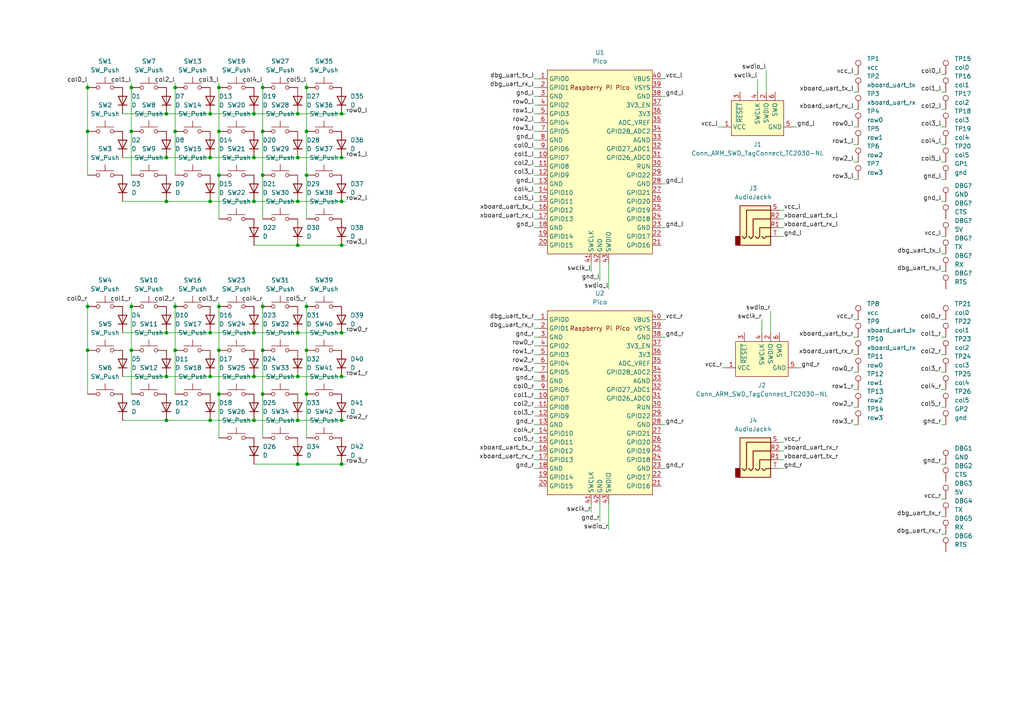
<source format=kicad_sch>
(kicad_sch (version 20211123) (generator eeschema)
  (paper "A4")
  (junction (at 86.36 71.12))
  (junction (at 73.66 45.72))
  (junction (at 88.9 88.9))
  (junction (at 99.06 121.92))
  (junction (at 99.06 71.12))
  (junction (at 48.26 96.52))
  (junction (at 63.5 50.8))
  (junction (at 73.66 58.42))
  (junction (at 86.36 96.52))
  (junction (at 99.06 96.52))
  (junction (at 99.06 134.62))
  (junction (at 63.5 88.9))
  (junction (at 38.1 101.6))
  (junction (at 60.96 121.92))
  (junction (at 38.1 88.9))
  (junction (at 60.96 45.72))
  (junction (at 73.66 33.02))
  (junction (at 73.66 121.92))
  (junction (at 88.9 114.3))
  (junction (at 48.26 109.22))
  (junction (at 99.06 109.22))
  (junction (at 25.4 101.6))
  (junction (at 73.66 109.22))
  (junction (at 60.96 58.42))
  (junction (at 25.4 38.1))
  (junction (at 76.2 25.4))
  (junction (at 76.2 101.6))
  (junction (at 60.96 33.02))
  (junction (at 63.5 38.1))
  (junction (at 99.06 45.72))
  (junction (at 38.1 25.4))
  (junction (at 48.26 45.72))
  (junction (at 50.8 38.1))
  (junction (at 48.26 121.92))
  (junction (at 76.2 38.1))
  (junction (at 63.5 114.3))
  (junction (at 50.8 25.4))
  (junction (at 86.36 134.62))
  (junction (at 99.06 33.02))
  (junction (at 86.36 33.02))
  (junction (at 73.66 96.52))
  (junction (at 48.26 33.02))
  (junction (at 88.9 50.8))
  (junction (at 50.8 88.9))
  (junction (at 76.2 50.8))
  (junction (at 38.1 38.1))
  (junction (at 63.5 25.4))
  (junction (at 86.36 109.22))
  (junction (at 60.96 96.52))
  (junction (at 48.26 58.42))
  (junction (at 25.4 88.9))
  (junction (at 88.9 38.1))
  (junction (at 50.8 101.6))
  (junction (at 63.5 101.6))
  (junction (at 25.4 25.4))
  (junction (at 88.9 25.4))
  (junction (at 76.2 88.9))
  (junction (at 86.36 45.72))
  (junction (at 76.2 114.3))
  (junction (at 88.9 101.6))
  (junction (at 86.36 58.42))
  (junction (at 86.36 121.92))
  (junction (at 99.06 58.42))
  (junction (at 60.96 109.22))
  (wire (pts (xy 247.65 123.19) (xy 248.92 123.19)))
  (wire (pts (xy 38.1 101.6) (xy 38.1 114.3)))
  (wire (pts (xy 273.05 21.59) (xy 274.32 21.59)))
  (wire (pts (xy 50.8 24.13) (xy 50.8 25.4)))
  (wire (pts (xy 273.05 107.95) (xy 274.32 107.95)))
  (wire (pts (xy 88.9 101.6) (xy 88.9 114.3)))
  (wire (pts (xy 38.1 24.13) (xy 38.1 25.4)))
  (wire (pts (xy 247.65 92.71) (xy 248.92 92.71)))
  (wire (pts (xy 154.94 113.03) (xy 156.21 113.03)))
  (wire (pts (xy 63.5 25.4) (xy 63.5 38.1)))
  (wire (pts (xy 173.99 146.05) (xy 173.99 151.13)))
  (wire (pts (xy 38.1 87.63) (xy 38.1 88.9)))
  (wire (pts (xy 273.05 68.58) (xy 274.32 68.58)))
  (wire (pts (xy 273.05 41.91) (xy 274.32 41.91)))
  (wire (pts (xy 273.05 46.99) (xy 274.32 46.99)))
  (wire (pts (xy 154.94 125.73) (xy 156.21 125.73)))
  (wire (pts (xy 35.56 58.42) (xy 48.26 58.42)))
  (wire (pts (xy 247.65 36.83) (xy 248.92 36.83)))
  (wire (pts (xy 60.96 33.02) (xy 73.66 33.02)))
  (wire (pts (xy 154.94 97.79) (xy 156.21 97.79)))
  (wire (pts (xy 223.52 90.17) (xy 223.52 96.52)))
  (wire (pts (xy 154.94 40.64) (xy 156.21 40.64)))
  (wire (pts (xy 86.36 121.92) (xy 99.06 121.92)))
  (wire (pts (xy 154.94 95.25) (xy 156.21 95.25)))
  (wire (pts (xy 247.65 26.67) (xy 248.92 26.67)))
  (wire (pts (xy 273.05 92.71) (xy 274.32 92.71)))
  (wire (pts (xy 35.56 109.22) (xy 48.26 109.22)))
  (wire (pts (xy 273.05 123.19) (xy 274.32 123.19)))
  (wire (pts (xy 154.94 118.11) (xy 156.21 118.11)))
  (wire (pts (xy 154.94 133.35) (xy 156.21 133.35)))
  (wire (pts (xy 231.14 106.68) (xy 232.41 106.68)))
  (wire (pts (xy 222.25 20.32) (xy 222.25 26.67)))
  (wire (pts (xy 86.36 109.22) (xy 99.06 109.22)))
  (wire (pts (xy 273.05 113.03) (xy 274.32 113.03)))
  (wire (pts (xy 273.05 58.42) (xy 274.32 58.42)))
  (wire (pts (xy 154.94 33.02) (xy 156.21 33.02)))
  (wire (pts (xy 154.94 30.48) (xy 156.21 30.48)))
  (wire (pts (xy 60.96 58.42) (xy 73.66 58.42)))
  (wire (pts (xy 154.94 48.26) (xy 156.21 48.26)))
  (wire (pts (xy 247.65 102.87) (xy 248.92 102.87)))
  (wire (pts (xy 273.05 154.94) (xy 274.32 154.94)))
  (wire (pts (xy 86.36 96.52) (xy 99.06 96.52)))
  (wire (pts (xy 247.65 31.75) (xy 248.92 31.75)))
  (wire (pts (xy 191.77 53.34) (xy 193.04 53.34)))
  (wire (pts (xy 35.56 33.02) (xy 48.26 33.02)))
  (wire (pts (xy 25.4 87.63) (xy 25.4 88.9)))
  (wire (pts (xy 99.06 58.42) (xy 100.33 58.42)))
  (wire (pts (xy 273.05 78.74) (xy 274.32 78.74)))
  (wire (pts (xy 273.05 149.86) (xy 274.32 149.86)))
  (wire (pts (xy 154.94 92.71) (xy 156.21 92.71)))
  (wire (pts (xy 86.36 33.02) (xy 99.06 33.02)))
  (wire (pts (xy 176.53 76.2) (xy 176.53 83.82)))
  (wire (pts (xy 73.66 33.02) (xy 86.36 33.02)))
  (wire (pts (xy 154.94 130.81) (xy 156.21 130.81)))
  (wire (pts (xy 88.9 24.13) (xy 88.9 25.4)))
  (wire (pts (xy 273.05 52.07) (xy 274.32 52.07)))
  (wire (pts (xy 48.26 45.72) (xy 60.96 45.72)))
  (wire (pts (xy 247.65 113.03) (xy 248.92 113.03)))
  (wire (pts (xy 154.94 27.94) (xy 156.21 27.94)))
  (wire (pts (xy 63.5 87.63) (xy 63.5 88.9)))
  (wire (pts (xy 63.5 50.8) (xy 63.5 63.5)))
  (wire (pts (xy 76.2 87.63) (xy 76.2 88.9)))
  (wire (pts (xy 171.45 146.05) (xy 171.45 148.59)))
  (wire (pts (xy 25.4 101.6) (xy 25.4 114.3)))
  (wire (pts (xy 86.36 58.42) (xy 99.06 58.42)))
  (wire (pts (xy 60.96 96.52) (xy 73.66 96.52)))
  (wire (pts (xy 86.36 71.12) (xy 99.06 71.12)))
  (wire (pts (xy 63.5 38.1) (xy 63.5 50.8)))
  (wire (pts (xy 76.2 114.3) (xy 76.2 127)))
  (wire (pts (xy 25.4 38.1) (xy 25.4 50.8)))
  (wire (pts (xy 60.96 121.92) (xy 73.66 121.92)))
  (wire (pts (xy 247.65 46.99) (xy 248.92 46.99)))
  (wire (pts (xy 208.28 36.83) (xy 209.55 36.83)))
  (wire (pts (xy 154.94 25.4) (xy 156.21 25.4)))
  (wire (pts (xy 48.26 96.52) (xy 60.96 96.52)))
  (wire (pts (xy 247.65 118.11) (xy 248.92 118.11)))
  (wire (pts (xy 25.4 24.13) (xy 25.4 25.4)))
  (wire (pts (xy 154.94 102.87) (xy 156.21 102.87)))
  (wire (pts (xy 154.94 45.72) (xy 156.21 45.72)))
  (wire (pts (xy 226.06 135.89) (xy 227.33 135.89)))
  (wire (pts (xy 191.77 92.71) (xy 193.04 92.71)))
  (wire (pts (xy 191.77 135.89) (xy 193.04 135.89)))
  (wire (pts (xy 273.05 144.78) (xy 274.32 144.78)))
  (wire (pts (xy 35.56 96.52) (xy 48.26 96.52)))
  (wire (pts (xy 99.06 109.22) (xy 100.33 109.22)))
  (wire (pts (xy 38.1 25.4) (xy 38.1 38.1)))
  (wire (pts (xy 226.06 133.35) (xy 227.33 133.35)))
  (wire (pts (xy 273.05 118.11) (xy 274.32 118.11)))
  (wire (pts (xy 88.9 114.3) (xy 88.9 127)))
  (wire (pts (xy 76.2 88.9) (xy 76.2 101.6)))
  (wire (pts (xy 154.94 63.5) (xy 156.21 63.5)))
  (wire (pts (xy 191.77 66.04) (xy 193.04 66.04)))
  (wire (pts (xy 273.05 73.66) (xy 274.32 73.66)))
  (wire (pts (xy 176.53 146.05) (xy 176.53 153.67)))
  (wire (pts (xy 73.66 58.42) (xy 86.36 58.42)))
  (wire (pts (xy 76.2 25.4) (xy 76.2 38.1)))
  (wire (pts (xy 35.56 45.72) (xy 48.26 45.72)))
  (wire (pts (xy 220.98 92.71) (xy 220.98 96.52)))
  (wire (pts (xy 86.36 134.62) (xy 99.06 134.62)))
  (wire (pts (xy 154.94 100.33) (xy 156.21 100.33)))
  (wire (pts (xy 48.26 109.22) (xy 60.96 109.22)))
  (wire (pts (xy 63.5 24.13) (xy 63.5 25.4)))
  (wire (pts (xy 154.94 58.42) (xy 156.21 58.42)))
  (wire (pts (xy 88.9 87.63) (xy 88.9 88.9)))
  (wire (pts (xy 73.66 109.22) (xy 86.36 109.22)))
  (wire (pts (xy 273.05 97.79) (xy 274.32 97.79)))
  (wire (pts (xy 88.9 38.1) (xy 88.9 50.8)))
  (wire (pts (xy 154.94 115.57) (xy 156.21 115.57)))
  (wire (pts (xy 88.9 88.9) (xy 88.9 101.6)))
  (wire (pts (xy 229.87 36.83) (xy 231.14 36.83)))
  (wire (pts (xy 99.06 96.52) (xy 100.33 96.52)))
  (wire (pts (xy 273.05 26.67) (xy 274.32 26.67)))
  (wire (pts (xy 154.94 43.18) (xy 156.21 43.18)))
  (wire (pts (xy 48.26 58.42) (xy 60.96 58.42)))
  (wire (pts (xy 191.77 22.86) (xy 193.04 22.86)))
  (wire (pts (xy 173.99 76.2) (xy 173.99 81.28)))
  (wire (pts (xy 154.94 38.1) (xy 156.21 38.1)))
  (wire (pts (xy 209.55 106.68) (xy 210.82 106.68)))
  (wire (pts (xy 154.94 66.04) (xy 156.21 66.04)))
  (wire (pts (xy 191.77 97.79) (xy 193.04 97.79)))
  (wire (pts (xy 73.66 45.72) (xy 86.36 45.72)))
  (wire (pts (xy 247.65 52.07) (xy 248.92 52.07)))
  (wire (pts (xy 247.65 41.91) (xy 248.92 41.91)))
  (wire (pts (xy 154.94 123.19) (xy 156.21 123.19)))
  (wire (pts (xy 154.94 60.96) (xy 156.21 60.96)))
  (wire (pts (xy 219.71 22.86) (xy 219.71 26.67)))
  (wire (pts (xy 50.8 25.4) (xy 50.8 38.1)))
  (wire (pts (xy 25.4 88.9) (xy 25.4 101.6)))
  (wire (pts (xy 154.94 107.95) (xy 156.21 107.95)))
  (wire (pts (xy 226.06 60.96) (xy 227.33 60.96)))
  (wire (pts (xy 73.66 121.92) (xy 86.36 121.92)))
  (wire (pts (xy 73.66 71.12) (xy 86.36 71.12)))
  (wire (pts (xy 226.06 68.58) (xy 227.33 68.58)))
  (wire (pts (xy 247.65 107.95) (xy 248.92 107.95)))
  (wire (pts (xy 226.06 130.81) (xy 227.33 130.81)))
  (wire (pts (xy 76.2 50.8) (xy 76.2 63.5)))
  (wire (pts (xy 154.94 55.88) (xy 156.21 55.88)))
  (wire (pts (xy 154.94 35.56) (xy 156.21 35.56)))
  (wire (pts (xy 63.5 114.3) (xy 63.5 127)))
  (wire (pts (xy 273.05 31.75) (xy 274.32 31.75)))
  (wire (pts (xy 38.1 38.1) (xy 38.1 50.8)))
  (wire (pts (xy 154.94 135.89) (xy 156.21 135.89)))
  (wire (pts (xy 226.06 128.27) (xy 227.33 128.27)))
  (wire (pts (xy 247.65 97.79) (xy 248.92 97.79)))
  (wire (pts (xy 60.96 109.22) (xy 73.66 109.22)))
  (wire (pts (xy 50.8 88.9) (xy 50.8 101.6)))
  (wire (pts (xy 154.94 110.49) (xy 156.21 110.49)))
  (wire (pts (xy 73.66 134.62) (xy 86.36 134.62)))
  (wire (pts (xy 273.05 102.87) (xy 274.32 102.87)))
  (wire (pts (xy 154.94 128.27) (xy 156.21 128.27)))
  (wire (pts (xy 154.94 50.8) (xy 156.21 50.8)))
  (wire (pts (xy 226.06 66.04) (xy 227.33 66.04)))
  (wire (pts (xy 88.9 50.8) (xy 88.9 63.5)))
  (wire (pts (xy 154.94 22.86) (xy 156.21 22.86)))
  (wire (pts (xy 191.77 27.94) (xy 193.04 27.94)))
  (wire (pts (xy 48.26 121.92) (xy 60.96 121.92)))
  (wire (pts (xy 154.94 120.65) (xy 156.21 120.65)))
  (wire (pts (xy 76.2 38.1) (xy 76.2 50.8)))
  (wire (pts (xy 226.06 63.5) (xy 227.33 63.5)))
  (wire (pts (xy 99.06 134.62) (xy 100.33 134.62)))
  (wire (pts (xy 63.5 101.6) (xy 63.5 114.3)))
  (wire (pts (xy 99.06 45.72) (xy 100.33 45.72)))
  (wire (pts (xy 86.36 45.72) (xy 99.06 45.72)))
  (wire (pts (xy 60.96 45.72) (xy 73.66 45.72)))
  (wire (pts (xy 35.56 121.92) (xy 48.26 121.92)))
  (wire (pts (xy 73.66 96.52) (xy 86.36 96.52)))
  (wire (pts (xy 154.94 105.41) (xy 156.21 105.41)))
  (wire (pts (xy 50.8 87.63) (xy 50.8 88.9)))
  (wire (pts (xy 99.06 33.02) (xy 100.33 33.02)))
  (wire (pts (xy 50.8 38.1) (xy 50.8 50.8)))
  (wire (pts (xy 50.8 101.6) (xy 50.8 114.3)))
  (wire (pts (xy 99.06 71.12) (xy 100.33 71.12)))
  (wire (pts (xy 76.2 101.6) (xy 76.2 114.3)))
  (wire (pts (xy 191.77 123.19) (xy 193.04 123.19)))
  (wire (pts (xy 154.94 53.34) (xy 156.21 53.34)))
  (wire (pts (xy 63.5 88.9) (xy 63.5 101.6)))
  (wire (pts (xy 25.4 25.4) (xy 25.4 38.1)))
  (wire (pts (xy 99.06 121.92) (xy 100.33 121.92)))
  (wire (pts (xy 76.2 24.13) (xy 76.2 25.4)))
  (wire (pts (xy 38.1 88.9) (xy 38.1 101.6)))
  (wire (pts (xy 273.05 134.62) (xy 274.32 134.62)))
  (wire (pts (xy 171.45 76.2) (xy 171.45 78.74)))
  (wire (pts (xy 48.26 33.02) (xy 60.96 33.02)))
  (wire (pts (xy 273.05 36.83) (xy 274.32 36.83)))
  (wire (pts (xy 88.9 25.4) (xy 88.9 38.1)))
  (wire (pts (xy 247.65 21.59) (xy 248.92 21.59)))
  (label "swdio_r" (at 176.53 153.67 180))
  (label "col2_l" (at 50.8 24.13 180))
  (label "swclk_l" (at 219.71 22.86 180))
  (label "xboard_uart_rx_l" (at 247.65 31.75 180))
  (label "gnd_r" (at 273.05 134.62 180))
  (label "gnd_r" (at 273.05 123.19 180))
  (label "dbg_uart_tx_l" (at 273.05 73.66 180))
  (label "gnd_l" (at 231.14 36.83 0))
  (label "gnd_l" (at 273.05 58.42 180))
  (label "gnd_r" (at 227.33 135.89 0))
  (label "col3_r" (at 154.94 120.65 180))
  (label "swclk_r" (at 220.98 92.71 180))
  (label "row3_r" (at 247.65 123.19 180))
  (label "col4_l" (at 76.2 24.13 180))
  (label "gnd_l" (at 173.99 81.28 180))
  (label "row2_l" (at 247.65 46.99 180))
  (label "gnd_r" (at 154.94 123.19 180))
  (label "row1_l" (at 100.33 45.72 0))
  (label "row2_r" (at 154.94 105.41 180))
  (label "xboard_uart_tx_r" (at 247.65 97.79 180))
  (label "gnd_r" (at 193.04 135.89 0))
  (label "row0_r" (at 247.65 107.95 180))
  (label "vcc_l" (at 208.28 36.83 180))
  (label "gnd_l" (at 154.94 66.04 180))
  (label "gnd_l" (at 154.94 40.64 180))
  (label "gnd_l" (at 193.04 66.04 0))
  (label "col1_l" (at 273.05 26.67 180))
  (label "col2_r" (at 50.8 87.63 180))
  (label "row0_r" (at 154.94 100.33 180))
  (label "xboard_uart_rx_l" (at 227.33 66.04 0))
  (label "row1_r" (at 247.65 113.03 180))
  (label "col0_r" (at 25.4 87.63 180))
  (label "gnd_r" (at 154.94 110.49 180))
  (label "gnd_r" (at 173.99 151.13 180))
  (label "col2_r" (at 273.05 102.87 180))
  (label "col5_l" (at 88.9 24.13 180))
  (label "col3_r" (at 63.5 87.63 180))
  (label "row3_r" (at 100.33 134.62 0))
  (label "col4_l" (at 273.05 41.91 180))
  (label "dbg_uart_rx_r" (at 273.05 154.94 180))
  (label "swclk_r" (at 171.45 148.59 180))
  (label "xboard_uart_tx_r" (at 227.33 133.35 0))
  (label "vcc_r" (at 273.05 144.78 180))
  (label "row2_l" (at 100.33 58.42 0))
  (label "xboard_uart_rx_r" (at 154.94 133.35 180))
  (label "vcc_l" (at 227.33 60.96 0))
  (label "row2_r" (at 247.65 118.11 180))
  (label "swclk_l" (at 171.45 78.74 180))
  (label "col1_r" (at 273.05 97.79 180))
  (label "col2_l" (at 273.05 31.75 180))
  (label "col4_r" (at 154.94 125.73 180))
  (label "row0_l" (at 154.94 30.48 180))
  (label "dbg_uart_tx_r" (at 273.05 149.86 180))
  (label "dbg_uart_tx_r" (at 154.94 92.71 180))
  (label "row3_l" (at 100.33 71.12 0))
  (label "dbg_uart_rx_l" (at 154.94 25.4 180))
  (label "swdio_r" (at 223.52 90.17 180))
  (label "col0_r" (at 154.94 113.03 180))
  (label "swdio_l" (at 176.53 83.82 180))
  (label "col1_r" (at 38.1 87.63 180))
  (label "xboard_uart_rx_r" (at 227.33 130.81 0))
  (label "vcc_r" (at 209.55 106.68 180))
  (label "col0_l" (at 154.94 43.18 180))
  (label "vcc_l" (at 193.04 22.86 0))
  (label "col3_l" (at 63.5 24.13 180))
  (label "row0_r" (at 100.33 96.52 0))
  (label "row1_r" (at 100.33 109.22 0))
  (label "gnd_r" (at 193.04 97.79 0))
  (label "vcc_l" (at 247.65 21.59 180))
  (label "col4_r" (at 273.05 113.03 180))
  (label "gnd_l" (at 227.33 68.58 0))
  (label "xboard_uart_tx_l" (at 247.65 26.67 180))
  (label "gnd_l" (at 193.04 27.94 0))
  (label "col3_r" (at 273.05 107.95 180))
  (label "col1_r" (at 154.94 115.57 180))
  (label "vcc_l" (at 273.05 68.58 180))
  (label "col0_l" (at 25.4 24.13 180))
  (label "col2_r" (at 154.94 118.11 180))
  (label "gnd_l" (at 193.04 53.34 0))
  (label "row3_l" (at 247.65 52.07 180))
  (label "vcc_r" (at 227.33 128.27 0))
  (label "col4_l" (at 154.94 55.88 180))
  (label "row1_l" (at 247.65 41.91 180))
  (label "col4_r" (at 76.2 87.63 180))
  (label "col0_r" (at 273.05 92.71 180))
  (label "row1_l" (at 154.94 33.02 180))
  (label "swdio_l" (at 222.25 20.32 180))
  (label "xboard_uart_rx_r" (at 247.65 102.87 180))
  (label "row3_l" (at 154.94 38.1 180))
  (label "gnd_l" (at 273.05 52.07 180))
  (label "dbg_uart_rx_l" (at 273.05 78.74 180))
  (label "xboard_uart_tx_l" (at 227.33 63.5 0))
  (label "gnd_l" (at 154.94 27.94 180))
  (label "xboard_uart_rx_l" (at 154.94 63.5 180))
  (label "col3_l" (at 273.05 36.83 180))
  (label "gnd_r" (at 154.94 97.79 180))
  (label "dbg_uart_rx_r" (at 154.94 95.25 180))
  (label "vcc_r" (at 247.65 92.71 180))
  (label "vcc_r" (at 193.04 92.71 0))
  (label "row0_l" (at 100.33 33.02 0))
  (label "col5_r" (at 273.05 118.11 180))
  (label "row0_l" (at 247.65 36.83 180))
  (label "col0_l" (at 273.05 21.59 180))
  (label "row2_l" (at 154.94 35.56 180))
  (label "col1_l" (at 38.1 24.13 180))
  (label "col5_r" (at 154.94 128.27 180))
  (label "gnd_r" (at 193.04 123.19 0))
  (label "row1_r" (at 154.94 102.87 180))
  (label "col5_l" (at 273.05 46.99 180))
  (label "dbg_uart_tx_l" (at 154.94 22.86 180))
  (label "xboard_uart_tx_r" (at 154.94 130.81 180))
  (label "xboard_uart_tx_l" (at 154.94 60.96 180))
  (label "gnd_r" (at 232.41 106.68 0))
  (label "gnd_l" (at 154.94 53.34 180))
  (label "col5_r" (at 88.9 87.63 180))
  (label "col2_l" (at 154.94 48.26 180))
  (label "row3_r" (at 154.94 107.95 180))
  (label "col1_l" (at 154.94 45.72 180))
  (label "col3_l" (at 154.94 50.8 180))
  (label "col5_l" (at 154.94 58.42 180))
  (label "row2_r" (at 100.33 121.92 0))
  (label "gnd_r" (at 154.94 135.89 180))
  (symbol (lib_id "Device:D") (at 99.06 105.41 90) (unit 1)
    (property "Reference" "D40" (at 101.6 104.1399 90) (effects (justify right)))
    (property "Value" "D" (at 101.6 106.6799 90) (effects (justify right)))
    (property "Footprint" "Diode_SMD:D_1206_3216Metric" (effects hide))
  )
  (symbol (lib_id "Connector:TestPoint") (at 274.32 36.83 0) (unit 1)
    (property "Reference" "TP18" (at 276.86 32.2579 0) (effects (justify left)))
    (property "Value" "col3" (at 276.86 34.7979 0) (effects (justify left)))
    (property "Footprint" "Connector_PinHeader_2.54mm:PinHeader_1x01_P2.54mm_Vertical" (effects hide))
  )
  (symbol (lib_id "Connector:TestPoint") (at 274.32 149.86 0) (unit 1)
    (property "Reference" "DBG4" (at 276.86 145.2879 0) (effects (justify left)))
    (property "Value" "TX" (at 276.86 147.8279 0) (effects (justify left)))
    (property "Footprint" "Connector_PinSocket_2.54mm:PinSocket_1x01_P2.54mm_Vertical" (effects hide))
  )
  (symbol (lib_id "Device:D") (at 99.06 92.71 90) (unit 1)
    (property "Reference" "D39" (at 101.6 91.4399 90) (effects (justify right)))
    (property "Value" "D" (at 101.6 93.9799 90) (effects (justify right)))
    (property "Footprint" "Diode_SMD:D_1206_3216Metric" (effects hide))
  )
  (symbol (lib_id "Connector:TestPoint") (at 274.32 78.74 0) (unit 1)
    (property "Reference" "DBG?" (at 276.86 74.1679 0) (effects (justify left)))
    (property "Value" "RX" (at 276.86 76.7079 0) (effects (justify left)))
    (property "Footprint" "Connector_PinSocket_2.54mm:PinSocket_1x01_P2.54mm_Vertical" (effects hide))
  )
  (symbol (lib_id "Device:D") (at 48.26 29.21 90) (unit 1)
    (property "Reference" "D7" (at 50.8 27.9399 90) (effects (justify right)))
    (property "Value" "D" (at 50.8 30.4799 90) (effects (justify right)))
    (property "Footprint" "Diode_SMD:D_1206_3216Metric" (effects hide))
  )
  (symbol (lib_id "Connector:TestPoint") (at 248.92 31.75 0) (unit 1)
    (property "Reference" "TP3" (at 251.46 27.1779 0) (effects (justify left)))
    (property "Value" "xboard_uart_rx" (at 251.46 29.7179 0) (effects (justify left)))
    (property "Footprint" "Connector_PinHeader_2.54mm:PinHeader_1x01_P2.54mm_Vertical" (effects hide))
  )
  (symbol (lib_id "Device:D") (at 86.36 54.61 90) (unit 1)
    (property "Reference" "D29" (at 88.9 53.3399 90) (effects (justify right)))
    (property "Value" "D" (at 88.9 55.8799 90) (effects (justify right)))
    (property "Footprint" "Diode_SMD:D_1206_3216Metric" (effects hide))
  )
  (symbol (lib_id "Connector:TestPoint") (at 248.92 46.99 0) (unit 1)
    (property "Reference" "TP6" (at 251.46 42.4179 0) (effects (justify left)))
    (property "Value" "row2" (at 251.46 44.9579 0) (effects (justify left)))
    (property "Footprint" "Connector_PinHeader_2.54mm:PinHeader_1x01_P2.54mm_Vertical" (effects hide))
  )
  (symbol (lib_id "Switch:SW_Push") (at 81.28 25.4 0) (unit 1)
    (property "Reference" "SW27" (at 81.28 17.78 0))
    (property "Value" "SW_Push" (at 81.28 20.32 0))
    (property "Footprint" "Key_Switches:Kailh_socket_MX" (effects hide))
  )
  (symbol (lib_id "Connector:TestPoint") (at 274.32 123.19 0) (unit 1)
    (property "Reference" "GP2" (at 276.86 118.6179 0) (effects (justify left)))
    (property "Value" "gnd" (at 276.86 121.1579 0) (effects (justify left)))
    (property "Footprint" "Connector_PinHeader_2.54mm:PinHeader_1x01_P2.54mm_Vertical" (effects hide))
  )
  (symbol (lib_id "Connector:TestPoint") (at 248.92 52.07 0) (unit 1)
    (property "Reference" "TP7" (at 251.46 47.4979 0) (effects (justify left)))
    (property "Value" "row3" (at 251.46 50.0379 0) (effects (justify left)))
    (property "Footprint" "Connector_PinHeader_2.54mm:PinHeader_1x01_P2.54mm_Vertical" (effects hide))
  )
  (symbol (lib_id "Device:D") (at 73.66 54.61 90) (unit 1)
    (property "Reference" "D21" (at 76.2 53.3399 90) (effects (justify right)))
    (property "Value" "D" (at 76.2 55.8799 90) (effects (justify right)))
    (property "Footprint" "Diode_SMD:D_1206_3216Metric" (effects hide))
  )
  (symbol (lib_id "Connector:TestPoint") (at 274.32 68.58 0) (unit 1)
    (property "Reference" "DBG?" (at 276.86 64.0079 0) (effects (justify left)))
    (property "Value" "5V" (at 276.86 66.5479 0) (effects (justify left)))
    (property "Footprint" "Connector_PinSocket_2.54mm:PinSocket_1x01_P2.54mm_Vertical" (effects hide))
  )
  (symbol (lib_id "Device:D") (at 60.96 29.21 90) (unit 1)
    (property "Reference" "D13" (at 63.5 27.9399 90) (effects (justify right)))
    (property "Value" "D" (at 63.5 30.4799 90) (effects (justify right)))
    (property "Footprint" "Diode_SMD:D_1206_3216Metric" (effects hide))
  )
  (symbol (lib_id "Connector:TestPoint") (at 274.32 113.03 0) (unit 1)
    (property "Reference" "TP25" (at 276.86 108.4579 0) (effects (justify left)))
    (property "Value" "col4" (at 276.86 110.9979 0) (effects (justify left)))
    (property "Footprint" "Connector_PinHeader_2.54mm:PinHeader_1x01_P2.54mm_Vertical" (effects hide))
  )
  (symbol (lib_id "Connector:TestPoint") (at 274.32 144.78 0) (unit 1)
    (property "Reference" "DBG3" (at 276.86 140.2079 0) (effects (justify left)))
    (property "Value" "5V" (at 276.86 142.7479 0) (effects (justify left)))
    (property "Footprint" "Connector_PinSocket_2.54mm:PinSocket_1x01_P2.54mm_Vertical" (effects hide))
  )
  (symbol (lib_id "Switch:SW_Push") (at 43.18 25.4 0) (unit 1)
    (property "Reference" "SW7" (at 43.18 17.78 0))
    (property "Value" "SW_Push" (at 43.18 20.32 0))
    (property "Footprint" "Key_Switches:Kailh_socket_MX" (effects hide))
  )
  (symbol (lib_id "Connector:TestPoint") (at 248.92 41.91 0) (unit 1)
    (property "Reference" "TP5" (at 251.46 37.3379 0) (effects (justify left)))
    (property "Value" "row1" (at 251.46 39.8779 0) (effects (justify left)))
    (property "Footprint" "Connector_PinHeader_2.54mm:PinHeader_1x01_P2.54mm_Vertical" (effects hide))
  )
  (symbol (lib_id "Device:D") (at 35.56 54.61 90) (unit 1)
    (property "Reference" "D3" (at 38.1 53.3399 90) (effects (justify right)))
    (property "Value" "D" (at 38.1 55.8799 90) (effects (justify right)))
    (property "Footprint" "Diode_SMD:D_1206_3216Metric" (effects hide))
  )
  (symbol (lib_id "Device:D") (at 86.36 67.31 90) (unit 1)
    (property "Reference" "D30" (at 88.9 66.0399 90) (effects (justify right)))
    (property "Value" "D" (at 88.9 68.5799 90) (effects (justify right)))
    (property "Footprint" "Diode_SMD:D_1206_3216Metric" (effects hide))
  )
  (symbol (lib_id "Switch:SW_Push") (at 93.98 50.8 0) (unit 1)
    (property "Reference" "SW37" (at 93.98 43.18 0))
    (property "Value" "SW_Push" (at 93.98 45.72 0))
    (property "Footprint" "Key_Switches:Kailh_socket_MX" (effects hide))
  )
  (symbol (lib_id "Connector:TestPoint") (at 274.32 26.67 0) (unit 1)
    (property "Reference" "TP16" (at 276.86 22.0979 0) (effects (justify left)))
    (property "Value" "col1" (at 276.86 24.6379 0) (effects (justify left)))
    (property "Footprint" "Connector_PinHeader_2.54mm:PinHeader_1x01_P2.54mm_Vertical" (effects hide))
  )
  (symbol (lib_id "Device:D") (at 86.36 105.41 90) (unit 1)
    (property "Reference" "D32" (at 88.9 104.1399 90) (effects (justify right)))
    (property "Value" "D" (at 88.9 106.6799 90) (effects (justify right)))
    (property "Footprint" "Diode_SMD:D_1206_3216Metric" (effects hide))
  )
  (symbol (lib_id "Switch:SW_Push") (at 68.58 101.6 0) (unit 1)
    (property "Reference" "SW24" (at 68.58 93.98 0))
    (property "Value" "SW_Push" (at 68.58 96.52 0))
    (property "Footprint" "Key_Switches:Kailh_socket_MX" (effects hide))
  )
  (symbol (lib_id "Connector:TestPoint") (at 274.32 21.59 0) (unit 1)
    (property "Reference" "TP15" (at 276.86 17.0179 0) (effects (justify left)))
    (property "Value" "col0" (at 276.86 19.5579 0) (effects (justify left)))
    (property "Footprint" "Connector_PinHeader_2.54mm:PinHeader_1x01_P2.54mm_Vertical" (effects hide))
  )
  (symbol (lib_id "Switch:SW_Push") (at 81.28 127 0) (unit 1)
    (property "Reference" "SW34" (at 81.28 119.38 0))
    (property "Value" "SW_Push" (at 81.28 121.92 0))
    (property "Footprint" "Key_Switches:Kailh_socket_MX" (effects hide))
  )
  (symbol (lib_id "Device:D") (at 73.66 118.11 90) (unit 1)
    (property "Reference" "D25" (at 76.2 116.8399 90) (effects (justify right)))
    (property "Value" "D" (at 76.2 119.3799 90) (effects (justify right)))
    (property "Footprint" "Diode_SMD:D_1206_3216Metric" (effects hide))
  )
  (symbol (lib_id "Connector:AudioJack4") (at 220.98 130.81 0) (unit 1)
    (property "Reference" "J4" (at 218.44 121.92 0))
    (property "Value" "AudioJack4" (at 218.44 124.46 0))
    (property "Footprint" "Connector_Audio:Jack_3.5mm_PJ320E_Horizontal" (effects hide))
  )
  (symbol (lib_id "Switch:SW_Push") (at 81.28 63.5 0) (unit 1)
    (property "Reference" "SW30" (at 81.28 55.88 0))
    (property "Value" "SW_Push" (at 81.28 58.42 0))
    (property "Footprint" "Key_Switches:Kailh_socket_MX" (effects hide))
  )
  (symbol (lib_id "Device:D") (at 35.56 105.41 90) (unit 1)
    (property "Reference" "D5" (at 38.1 104.1399 90) (effects (justify right)))
    (property "Value" "D" (at 38.1 106.6799 90) (effects (justify right)))
    (property "Footprint" "Diode_SMD:D_1206_3216Metric" (effects hide))
  )
  (symbol (lib_id "Switch:SW_Push") (at 68.58 88.9 0) (unit 1)
    (property "Reference" "SW23" (at 68.58 81.28 0))
    (property "Value" "SW_Push" (at 68.58 83.82 0))
    (property "Footprint" "Key_Switches:Kailh_socket_MX" (effects hide))
  )
  (symbol (lib_id "Connector:TestPoint") (at 274.32 73.66 0) (unit 1)
    (property "Reference" "DBG?" (at 276.86 69.0879 0) (effects (justify left)))
    (property "Value" "TX" (at 276.86 71.6279 0) (effects (justify left)))
    (property "Footprint" "Connector_PinSocket_2.54mm:PinSocket_1x01_P2.54mm_Vertical" (effects hide))
  )
  (symbol (lib_id "Device:D") (at 48.26 92.71 90) (unit 1)
    (property "Reference" "D10" (at 50.8 91.4399 90) (effects (justify right)))
    (property "Value" "D" (at 50.8 93.9799 90) (effects (justify right)))
    (property "Footprint" "Diode_SMD:D_1206_3216Metric" (effects hide))
  )
  (symbol (lib_id "Connector:TestPoint") (at 248.92 118.11 0) (unit 1)
    (property "Reference" "TP13" (at 251.46 113.5379 0) (effects (justify left)))
    (property "Value" "row2" (at 251.46 116.0779 0) (effects (justify left)))
    (property "Footprint" "Connector_PinHeader_2.54mm:PinHeader_1x01_P2.54mm_Vertical" (effects hide))
  )
  (symbol (lib_id "Connector:Conn_ARM_SWD_TagConnect_TC2030-NL") (at 219.71 34.29 90) (unit 1)
    (property "Reference" "J1" (at 219.71 41.91 90))
    (property "Value" "Conn_ARM_SWD_TagConnect_TC2030-NL" (at 219.71 44.45 90))
    (property "Footprint" "Connector:Tag-Connect_TC2030-IDC-NL_2x03_P1.27mm_Vertical" (effects hide))
    (property "Datasheet" "https://www.tag-connect.com/wp-content/uploads/bsk-pdf-manager/TC2030-CTX_1.pdf" (effects hide))
  )
  (symbol (lib_id "Device:D") (at 86.36 29.21 90) (unit 1)
    (property "Reference" "D27" (at 88.9 27.9399 90) (effects (justify right)))
    (property "Value" "D" (at 88.9 30.4799 90) (effects (justify right)))
    (property "Footprint" "Diode_SMD:D_1206_3216Metric" (effects hide))
  )
  (symbol (lib_id "Connector:TestPoint") (at 248.92 107.95 0) (unit 1)
    (property "Reference" "TP11" (at 251.46 103.3779 0) (effects (justify left)))
    (property "Value" "row0" (at 251.46 105.9179 0) (effects (justify left)))
    (property "Footprint" "Connector_PinHeader_2.54mm:PinHeader_1x01_P2.54mm_Vertical" (effects hide))
  )
  (symbol (lib_id "Device:D") (at 35.56 118.11 90) (unit 1)
    (property "Reference" "D6" (at 38.1 116.8399 90) (effects (justify right)))
    (property "Value" "D" (at 38.1 119.3799 90) (effects (justify right)))
    (property "Footprint" "Diode_SMD:D_1206_3216Metric" (effects hide))
  )
  (symbol (lib_id "Device:D") (at 73.66 130.81 90) (unit 1)
    (property "Reference" "D26" (at 76.2 129.5399 90) (effects (justify right)))
    (property "Value" "D" (at 76.2 132.0799 90) (effects (justify right)))
    (property "Footprint" "Diode_SMD:D_1206_3216Metric" (effects hide))
  )
  (symbol (lib_id "Connector:TestPoint") (at 274.32 139.7 0) (unit 1)
    (property "Reference" "DBG2" (at 276.86 135.1279 0) (effects (justify left)))
    (property "Value" "CTS" (at 276.86 137.6679 0) (effects (justify left)))
    (property "Footprint" "Connector_PinSocket_2.54mm:PinSocket_1x01_P2.54mm_Vertical" (effects hide))
  )
  (symbol (lib_id "Connector:TestPoint") (at 274.32 118.11 0) (unit 1)
    (property "Reference" "TP26" (at 276.86 113.5379 0) (effects (justify left)))
    (property "Value" "col5" (at 276.86 116.0779 0) (effects (justify left)))
    (property "Footprint" "Connector_PinHeader_2.54mm:PinHeader_1x01_P2.54mm_Vertical" (effects hide))
  )
  (symbol (lib_id "Switch:SW_Push") (at 68.58 50.8 0) (unit 1)
    (property "Reference" "SW21" (at 68.58 43.18 0))
    (property "Value" "SW_Push" (at 68.58 45.72 0))
    (property "Footprint" "Key_Switches:Kailh_socket_MX" (effects hide))
  )
  (symbol (lib_id "Device:D") (at 73.66 67.31 90) (unit 1)
    (property "Reference" "D22" (at 76.2 66.0399 90) (effects (justify right)))
    (property "Value" "D" (at 76.2 68.5799 90) (effects (justify right)))
    (property "Footprint" "Diode_SMD:D_1206_3216Metric" (effects hide))
  )
  (symbol (lib_id "Connector:TestPoint") (at 274.32 58.42 0) (unit 1)
    (property "Reference" "DBG?" (at 276.86 53.8479 0) (effects (justify left)))
    (property "Value" "GND" (at 276.86 56.3879 0) (effects (justify left)))
    (property "Footprint" "Connector_PinSocket_2.54mm:PinSocket_1x01_P2.54mm_Vertical" (effects hide))
  )
  (symbol (lib_id "Switch:SW_Push") (at 55.88 114.3 0) (unit 1)
    (property "Reference" "SW18" (at 55.88 106.68 0))
    (property "Value" "SW_Push" (at 55.88 109.22 0))
    (property "Footprint" "Key_Switches:Kailh_socket_MX" (effects hide))
  )
  (symbol (lib_id "Switch:SW_Push") (at 30.48 101.6 0) (unit 1)
    (property "Reference" "SW5" (at 30.48 93.98 0))
    (property "Value" "SW_Push" (at 30.48 96.52 0))
    (property "Footprint" "Key_Switches:Kailh_socket_MX" (effects hide))
  )
  (symbol (lib_id "Connector:Conn_ARM_SWD_TagConnect_TC2030-NL") (at 220.98 104.14 90) (unit 1)
    (property "Reference" "J2" (at 220.98 111.76 90))
    (property "Value" "Conn_ARM_SWD_TagConnect_TC2030-NL" (at 220.98 114.3 90))
    (property "Footprint" "Connector:Tag-Connect_TC2030-IDC-NL_2x03_P1.27mm_Vertical" (effects hide))
    (property "Datasheet" "https://www.tag-connect.com/wp-content/uploads/bsk-pdf-manager/TC2030-CTX_1.pdf" (effects hide))
  )
  (symbol (lib_id "Switch:SW_Push") (at 81.28 88.9 0) (unit 1)
    (property "Reference" "SW31" (at 81.28 81.28 0))
    (property "Value" "SW_Push" (at 81.28 83.82 0))
    (property "Footprint" "Key_Switches:Kailh_socket_MX" (effects hide))
  )
  (symbol (lib_id "Device:D") (at 73.66 41.91 90) (unit 1)
    (property "Reference" "D20" (at 76.2 40.6399 90) (effects (justify right)))
    (property "Value" "D" (at 76.2 43.1799 90) (effects (justify right)))
    (property "Footprint" "Diode_SMD:D_1206_3216Metric" (effects hide))
  )
  (symbol (lib_id "Switch:SW_Push") (at 68.58 25.4 0) (unit 1)
    (property "Reference" "SW19" (at 68.58 17.78 0))
    (property "Value" "SW_Push" (at 68.58 20.32 0))
    (property "Footprint" "Key_Switches:Kailh_socket_MX" (effects hide))
  )
  (symbol (lib_id "Switch:SW_Push") (at 55.88 88.9 0) (unit 1)
    (property "Reference" "SW16" (at 55.88 81.28 0))
    (property "Value" "SW_Push" (at 55.88 83.82 0))
    (property "Footprint" "Key_Switches:Kailh_socket_MX" (effects hide))
  )
  (symbol (lib_id "Switch:SW_Push") (at 68.58 63.5 0) (unit 1)
    (property "Reference" "SW22" (at 68.58 55.88 0))
    (property "Value" "SW_Push" (at 68.58 58.42 0))
    (property "Footprint" "Key_Switches:Kailh_socket_MX" (effects hide))
  )
  (symbol (lib_id "Switch:SW_Push") (at 30.48 88.9 0) (unit 1)
    (property "Reference" "SW4" (at 30.48 81.28 0))
    (property "Value" "SW_Push" (at 30.48 83.82 0))
    (property "Footprint" "Key_Switches:Kailh_socket_MX" (effects hide))
  )
  (symbol (lib_id "Switch:SW_Push") (at 30.48 114.3 0) (unit 1)
    (property "Reference" "SW6" (at 30.48 106.68 0))
    (property "Value" "SW_Push" (at 30.48 109.22 0))
    (property "Footprint" "Key_Switches:Kailh_socket_MX" (effects hide))
  )
  (symbol (lib_id "Device:D") (at 86.36 41.91 90) (unit 1)
    (property "Reference" "D28" (at 88.9 40.6399 90) (effects (justify right)))
    (property "Value" "D" (at 88.9 43.1799 90) (effects (justify right)))
    (property "Footprint" "Diode_SMD:D_1206_3216Metric" (effects hide))
  )
  (symbol (lib_id "Switch:SW_Push") (at 43.18 88.9 0) (unit 1)
    (property "Reference" "SW10" (at 43.18 81.28 0))
    (property "Value" "SW_Push" (at 43.18 83.82 0))
    (property "Footprint" "Key_Switches:Kailh_socket_MX" (effects hide))
  )
  (symbol (lib_id "Connector:TestPoint") (at 274.32 41.91 0) (unit 1)
    (property "Reference" "TP19" (at 276.86 37.3379 0) (effects (justify left)))
    (property "Value" "col4" (at 276.86 39.8779 0) (effects (justify left)))
    (property "Footprint" "Connector_PinHeader_2.54mm:PinHeader_1x01_P2.54mm_Vertical" (effects hide))
  )
  (symbol (lib_id "Switch:SW_Push") (at 30.48 50.8 0) (unit 1)
    (property "Reference" "SW3" (at 30.48 43.18 0))
    (property "Value" "SW_Push" (at 30.48 45.72 0))
    (property "Footprint" "Key_Switches:Kailh_socket_MX" (effects hide))
  )
  (symbol (lib_id "Connector:TestPoint") (at 274.32 92.71 0) (unit 1)
    (property "Reference" "TP21" (at 276.86 88.1379 0) (effects (justify left)))
    (property "Value" "col0" (at 276.86 90.6779 0) (effects (justify left)))
    (property "Footprint" "Connector_PinHeader_2.54mm:PinHeader_1x01_P2.54mm_Vertical" (effects hide))
  )
  (symbol (lib_id "Switch:SW_Push") (at 55.88 38.1 0) (unit 1)
    (property "Reference" "SW14" (at 55.88 30.48 0))
    (property "Value" "SW_Push" (at 55.88 33.02 0))
    (property "Footprint" "Key_Switches:Kailh_socket_MX" (effects hide))
  )
  (symbol (lib_id "Device:D") (at 99.06 118.11 90) (unit 1)
    (property "Reference" "D41" (at 101.6 116.8399 90) (effects (justify right)))
    (property "Value" "D" (at 101.6 119.3799 90) (effects (justify right)))
    (property "Footprint" "Diode_SMD:D_1206_3216Metric" (effects hide))
  )
  (symbol (lib_id "Connector:TestPoint") (at 248.92 92.71 0) (unit 1)
    (property "Reference" "TP8" (at 251.46 88.1379 0) (effects (justify left)))
    (property "Value" "vcc" (at 251.46 90.6779 0) (effects (justify left)))
    (property "Footprint" "Connector_PinHeader_2.54mm:PinHeader_1x01_P2.54mm_Vertical" (effects hide))
  )
  (symbol (lib_id "Switch:SW_Push") (at 93.98 127 0) (unit 1)
    (property "Reference" "SW42" (at 93.98 119.38 0))
    (property "Value" "SW_Push" (at 93.98 121.92 0))
    (property "Footprint" "Key_Switches:Kailh_socket_MX" (effects hide))
  )
  (symbol (lib_id "Connector:AudioJack4") (at 220.98 63.5 0) (unit 1)
    (property "Reference" "J3" (at 218.44 54.61 0))
    (property "Value" "AudioJack4" (at 218.44 57.15 0))
    (property "Footprint" "Connector_Audio:Jack_3.5mm_PJ320E_Horizontal" (effects hide))
  )
  (symbol (lib_id "Device:D") (at 99.06 67.31 90) (unit 1)
    (property "Reference" "D38" (at 101.6 66.0399 90) (effects (justify right)))
    (property "Value" "D" (at 101.6 68.5799 90) (effects (justify right)))
    (property "Footprint" "Diode_SMD:D_1206_3216Metric" (effects hide))
  )
  (symbol (lib_id "Connector:TestPoint") (at 248.92 113.03 0) (unit 1)
    (property "Reference" "TP12" (at 251.46 108.4579 0) (effects (justify left)))
    (property "Value" "row1" (at 251.46 110.9979 0) (effects (justify left)))
    (property "Footprint" "Connector_PinHeader_2.54mm:PinHeader_1x01_P2.54mm_Vertical" (effects hide))
  )
  (symbol (lib_id "Switch:SW_Push") (at 68.58 38.1 0) (unit 1)
    (property "Reference" "SW20" (at 68.58 30.48 0))
    (property "Value" "SW_Push" (at 68.58 33.02 0))
    (property "Footprint" "Key_Switches:Kailh_socket_MX" (effects hide))
  )
  (symbol (lib_id "Device:D") (at 99.06 41.91 90) (unit 1)
    (property "Reference" "D36" (at 101.6 40.6399 90) (effects (justify right)))
    (property "Value" "D" (at 101.6 43.1799 90) (effects (justify right)))
    (property "Footprint" "Diode_SMD:D_1206_3216Metric" (effects hide))
  )
  (symbol (lib_id "Connector:TestPoint") (at 274.32 102.87 0) (unit 1)
    (property "Reference" "TP23" (at 276.86 98.2979 0) (effects (justify left)))
    (property "Value" "col2" (at 276.86 100.8379 0) (effects (justify left)))
    (property "Footprint" "Connector_PinHeader_2.54mm:PinHeader_1x01_P2.54mm_Vertical" (effects hide))
  )
  (symbol (lib_id "Device:D") (at 60.96 92.71 90) (unit 1)
    (property "Reference" "D16" (at 63.5 91.4399 90) (effects (justify right)))
    (property "Value" "D" (at 63.5 93.9799 90) (effects (justify right)))
    (property "Footprint" "Diode_SMD:D_1206_3216Metric" (effects hide))
  )
  (symbol (lib_id "Switch:SW_Push") (at 81.28 114.3 0) (unit 1)
    (property "Reference" "SW33" (at 81.28 106.68 0))
    (property "Value" "SW_Push" (at 81.28 109.22 0))
    (property "Footprint" "Key_Switches:Kailh_socket_MX" (effects hide))
  )
  (symbol (lib_id "Switch:SW_Push") (at 68.58 114.3 0) (unit 1)
    (property "Reference" "SW25" (at 68.58 106.68 0))
    (property "Value" "SW_Push" (at 68.58 109.22 0))
    (property "Footprint" "Key_Switches:Kailh_socket_MX" (effects hide))
  )
  (symbol (lib_id "Connector:TestPoint") (at 274.32 154.94 0) (unit 1)
    (property "Reference" "DBG5" (at 276.86 150.3679 0) (effects (justify left)))
    (property "Value" "RX" (at 276.86 152.9079 0) (effects (justify left)))
    (property "Footprint" "Connector_PinSocket_2.54mm:PinSocket_1x01_P2.54mm_Vertical" (effects hide))
  )
  (symbol (lib_id "Switch:SW_Push") (at 43.18 38.1 0) (unit 1)
    (property "Reference" "SW8" (at 43.18 30.48 0))
    (property "Value" "SW_Push" (at 43.18 33.02 0))
    (property "Footprint" "Key_Switches:Kailh_socket_MX" (effects hide))
  )
  (symbol (lib_id "Connector:TestPoint") (at 274.32 107.95 0) (unit 1)
    (property "Reference" "TP24" (at 276.86 103.3779 0) (effects (justify left)))
    (property "Value" "col3" (at 276.86 105.9179 0) (effects (justify left)))
    (property "Footprint" "Connector_PinHeader_2.54mm:PinHeader_1x01_P2.54mm_Vertical" (effects hide))
  )
  (symbol (lib_id "Device:D") (at 99.06 54.61 90) (unit 1)
    (property "Reference" "D37" (at 101.6 53.3399 90) (effects (justify right)))
    (property "Value" "D" (at 101.6 55.8799 90) (effects (justify right)))
    (property "Footprint" "Diode_SMD:D_1206_3216Metric" (effects hide))
  )
  (symbol (lib_id "Switch:SW_Push") (at 93.98 63.5 0) (unit 1)
    (property "Reference" "SW38" (at 93.98 55.88 0))
    (property "Value" "SW_Push" (at 93.98 58.42 0))
    (property "Footprint" "Key_Switches:Kailh_socket_MX" (effects hide))
  )
  (symbol (lib_id "Connector:TestPoint") (at 274.32 160.02 0) (unit 1)
    (property "Reference" "DBG6" (at 276.86 155.4479 0) (effects (justify left)))
    (property "Value" "RTS" (at 276.86 157.9879 0) (effects (justify left)))
    (property "Footprint" "Connector_PinSocket_2.54mm:PinSocket_1x01_P2.54mm_Vertical" (effects hide))
  )
  (symbol (lib_id "Device:D") (at 73.66 105.41 90) (unit 1)
    (property "Reference" "D24" (at 76.2 104.1399 90) (effects (justify right)))
    (property "Value" "D" (at 76.2 106.6799 90) (effects (justify right)))
    (property "Footprint" "Diode_SMD:D_1206_3216Metric" (effects hide))
  )
  (symbol (lib_id "Device:D") (at 60.96 105.41 90) (unit 1)
    (property "Reference" "D17" (at 63.5 104.1399 90) (effects (justify right)))
    (property "Value" "D" (at 63.5 106.6799 90) (effects (justify right)))
    (property "Footprint" "Diode_SMD:D_1206_3216Metric" (effects hide))
  )
  (symbol (lib_id "Switch:SW_Push") (at 55.88 101.6 0) (unit 1)
    (property "Reference" "SW17" (at 55.88 93.98 0))
    (property "Value" "SW_Push" (at 55.88 96.52 0))
    (property "Footprint" "Key_Switches:Kailh_socket_MX" (effects hide))
  )
  (symbol (lib_id "Switch:SW_Push") (at 93.98 25.4 0) (unit 1)
    (property "Reference" "SW35" (at 93.98 17.78 0))
    (property "Value" "SW_Push" (at 93.98 20.32 0))
    (property "Footprint" "Key_Switches:Kailh_socket_MX" (effects hide))
  )
  (symbol (lib_id "Device:D") (at 73.66 92.71 90) (unit 1)
    (property "Reference" "D23" (at 76.2 91.4399 90) (effects (justify right)))
    (property "Value" "D" (at 76.2 93.9799 90) (effects (justify right)))
    (property "Footprint" "Diode_SMD:D_1206_3216Metric" (effects hide))
  )
  (symbol (lib_id "Device:D") (at 86.36 130.81 90) (unit 1)
    (property "Reference" "D34" (at 88.9 129.5399 90) (effects (justify right)))
    (property "Value" "D" (at 88.9 132.0799 90) (effects (justify right)))
    (property "Footprint" "Diode_SMD:D_1206_3216Metric" (effects hide))
  )
  (symbol (lib_id "Switch:SW_Push") (at 30.48 38.1 0) (unit 1)
    (property "Reference" "SW2" (at 30.48 30.48 0))
    (property "Value" "SW_Push" (at 30.48 33.02 0))
    (property "Footprint" "Key_Switches:Kailh_socket_MX" (effects hide))
  )
  (symbol (lib_id "Device:D") (at 60.96 41.91 90) (unit 1)
    (property "Reference" "D14" (at 63.5 40.6399 90) (effects (justify right)))
    (property "Value" "D" (at 63.5 43.1799 90) (effects (justify right)))
    (property "Footprint" "Diode_SMD:D_1206_3216Metric" (effects hide))
  )
  (symbol (lib_id "Switch:SW_Push") (at 43.18 50.8 0) (unit 1)
    (property "Reference" "SW9" (at 43.18 43.18 0))
    (property "Value" "SW_Push" (at 43.18 45.72 0))
    (property "Footprint" "Key_Switches:Kailh_socket_MX" (effects hide))
  )
  (symbol (lib_id "Switch:SW_Push") (at 68.58 127 0) (unit 1)
    (property "Reference" "SW26" (at 68.58 119.38 0))
    (property "Value" "SW_Push" (at 68.58 121.92 0))
    (property "Footprint" "Key_Switches:Kailh_socket_MX" (effects hide))
  )
  (symbol (lib_id "Connector:TestPoint") (at 274.32 52.07 0) (unit 1)
    (property "Reference" "GP1" (at 276.86 47.4979 0) (effects (justify left)))
    (property "Value" "gnd" (at 276.86 50.0379 0) (effects (justify left)))
    (property "Footprint" "Connector_PinHeader_2.54mm:PinHeader_1x01_P2.54mm_Vertical" (effects hide))
  )
  (symbol (lib_id "Device:D") (at 48.26 118.11 90) (unit 1)
    (property "Reference" "D12" (at 50.8 116.8399 90) (effects (justify right)))
    (property "Value" "D" (at 50.8 119.3799 90) (effects (justify right)))
    (property "Footprint" "Diode_SMD:D_1206_3216Metric" (effects hide))
  )
  (symbol (lib_id "Device:D") (at 35.56 92.71 90) (unit 1)
    (property "Reference" "D4" (at 38.1 91.4399 90) (effects (justify right)))
    (property "Value" "D" (at 38.1 93.9799 90) (effects (justify right)))
    (property "Footprint" "Diode_SMD:D_1206_3216Metric" (effects hide))
  )
  (symbol (lib_id "Connector:TestPoint") (at 274.32 134.62 0) (unit 1)
    (property "Reference" "DBG1" (at 276.86 130.0479 0) (effects (justify left)))
    (property "Value" "GND" (at 276.86 132.5879 0) (effects (justify left)))
    (property "Footprint" "Connector_PinSocket_2.54mm:PinSocket_1x01_P2.54mm_Vertical" (effects hide))
  )
  (symbol (lib_id "Switch:SW_Push") (at 43.18 101.6 0) (unit 1)
    (property "Reference" "SW11" (at 43.18 93.98 0))
    (property "Value" "SW_Push" (at 43.18 96.52 0))
    (property "Footprint" "Key_Switches:Kailh_socket_MX" (effects hide))
  )
  (symbol (lib_id "RP_pico:Pico") (at 173.99 46.99 0) (unit 1)
    (property "Reference" "U1" (at 173.99 15.24 0))
    (property "Value" "Pico" (at 173.99 17.78 0))
    (property "Footprint" "RP_pico:RPi_Pico_SMD_TH" (effects hide))
  )
  (symbol (lib_id "Switch:SW_Push") (at 81.28 38.1 0) (unit 1)
    (property "Reference" "SW28" (at 81.28 30.48 0))
    (property "Value" "SW_Push" (at 81.28 33.02 0))
    (property "Footprint" "Key_Switches:Kailh_socket_MX" (effects hide))
  )
  (symbol (lib_id "Device:D") (at 60.96 54.61 90) (unit 1)
    (property "Reference" "D15" (at 63.5 53.3399 90) (effects (justify right)))
    (property "Value" "D" (at 63.5 55.8799 90) (effects (justify right)))
    (property "Footprint" "Diode_SMD:D_1206_3216Metric" (effects hide))
  )
  (symbol (lib_id "Connector:TestPoint") (at 274.32 97.79 0) (unit 1)
    (property "Reference" "TP22" (at 276.86 93.2179 0) (effects (justify left)))
    (property "Value" "col1" (at 276.86 95.7579 0) (effects (justify left)))
    (property "Footprint" "Connector_PinHeader_2.54mm:PinHeader_1x01_P2.54mm_Vertical" (effects hide))
  )
  (symbol (lib_id "Switch:SW_Push") (at 93.98 114.3 0) (unit 1)
    (property "Reference" "SW41" (at 93.98 106.68 0))
    (property "Value" "SW_Push" (at 93.98 109.22 0))
    (property "Footprint" "Key_Switches:Kailh_socket_MX" (effects hide))
  )
  (symbol (lib_id "Switch:SW_Push") (at 93.98 101.6 0) (unit 1)
    (property "Reference" "SW40" (at 93.98 93.98 0))
    (property "Value" "SW_Push" (at 93.98 96.52 0))
    (property "Footprint" "Key_Switches:Kailh_socket_MX" (effects hide))
  )
  (symbol (lib_id "Connector:TestPoint") (at 248.92 123.19 0) (unit 1)
    (property "Reference" "TP14" (at 251.46 118.6179 0) (effects (justify left)))
    (property "Value" "row3" (at 251.46 121.1579 0) (effects (justify left)))
    (property "Footprint" "Connector_PinHeader_2.54mm:PinHeader_1x01_P2.54mm_Vertical" (effects hide))
  )
  (symbol (lib_id "Connector:TestPoint") (at 248.92 26.67 0) (unit 1)
    (property "Reference" "TP2" (at 251.46 22.0979 0) (effects (justify left)))
    (property "Value" "xboard_uart_tx" (at 251.46 24.6379 0) (effects (justify left)))
    (property "Footprint" "Connector_PinHeader_2.54mm:PinHeader_1x01_P2.54mm_Vertical" (effects hide))
  )
  (symbol (lib_id "Device:D") (at 48.26 41.91 90) (unit 1)
    (property "Reference" "D8" (at 50.8 40.6399 90) (effects (justify right)))
    (property "Value" "D" (at 50.8 43.1799 90) (effects (justify right)))
    (property "Footprint" "Diode_SMD:D_1206_3216Metric" (effects hide))
  )
  (symbol (lib_id "Connector:TestPoint") (at 248.92 97.79 0) (unit 1)
    (property "Reference" "TP9" (at 251.46 93.2179 0) (effects (justify left)))
    (property "Value" "xboard_uart_tx" (at 251.46 95.7579 0) (effects (justify left)))
    (property "Footprint" "Connector_PinHeader_2.54mm:PinHeader_1x01_P2.54mm_Vertical" (effects hide))
  )
  (symbol (lib_id "Switch:SW_Push") (at 93.98 38.1 0) (unit 1)
    (property "Reference" "SW36" (at 93.98 30.48 0))
    (property "Value" "SW_Push" (at 93.98 33.02 0))
    (property "Footprint" "Key_Switches:Kailh_socket_MX" (effects hide))
  )
  (symbol (lib_id "Switch:SW_Push") (at 43.18 114.3 0) (unit 1)
    (property "Reference" "SW12" (at 43.18 106.68 0))
    (property "Value" "SW_Push" (at 43.18 109.22 0))
    (property "Footprint" "Key_Switches:Kailh_socket_MX" (effects hide))
  )
  (symbol (lib_id "Switch:SW_Push") (at 30.48 25.4 0) (unit 1)
    (property "Reference" "SW1" (at 30.48 17.78 0))
    (property "Value" "SW_Push" (at 30.48 20.32 0))
    (property "Footprint" "Key_Switches:Kailh_socket_MX" (effects hide))
  )
  (symbol (lib_id "Switch:SW_Push") (at 81.28 50.8 0) (unit 1)
    (property "Reference" "SW29" (at 81.28 43.18 0))
    (property "Value" "SW_Push" (at 81.28 45.72 0))
    (property "Footprint" "Key_Switches:Kailh_socket_MX" (effects hide))
  )
  (symbol (lib_id "Device:D") (at 86.36 92.71 90) (unit 1)
    (property "Reference" "D31" (at 88.9 91.4399 90) (effects (justify right)))
    (property "Value" "D" (at 88.9 93.9799 90) (effects (justify right)))
    (property "Footprint" "Diode_SMD:D_1206_3216Metric" (effects hide))
  )
  (symbol (lib_id "Device:D") (at 86.36 118.11 90) (unit 1)
    (property "Reference" "D33" (at 88.9 116.8399 90) (effects (justify right)))
    (property "Value" "D" (at 88.9 119.3799 90) (effects (justify right)))
    (property "Footprint" "Diode_SMD:D_1206_3216Metric" (effects hide))
  )
  (symbol (lib_id "Switch:SW_Push") (at 55.88 50.8 0) (unit 1)
    (property "Reference" "SW15" (at 55.88 43.18 0))
    (property "Value" "SW_Push" (at 55.88 45.72 0))
    (property "Footprint" "Key_Switches:Kailh_socket_MX" (effects hide))
  )
  (symbol (lib_id "Device:D") (at 35.56 29.21 90) (unit 1)
    (property "Reference" "D1" (at 38.1 27.9399 90) (effects (justify right)))
    (property "Value" "D" (at 38.1 30.4799 90) (effects (justify right)))
    (property "Footprint" "Diode_SMD:D_1206_3216Metric" (effects hide))
  )
  (symbol (lib_id "Connector:TestPoint") (at 274.32 31.75 0) (unit 1)
    (property "Reference" "TP17" (at 276.86 27.1779 0) (effects (justify left)))
    (property "Value" "col2" (at 276.86 29.7179 0) (effects (justify left)))
    (property "Footprint" "Connector_PinHeader_2.54mm:PinHeader_1x01_P2.54mm_Vertical" (effects hide))
  )
  (symbol (lib_id "Device:D") (at 35.56 41.91 90) (unit 1)
    (property "Reference" "D2" (at 38.1 40.6399 90) (effects (justify right)))
    (property "Value" "D" (at 38.1 43.1799 90) (effects (justify right)))
    (property "Footprint" "Diode_SMD:D_1206_3216Metric" (effects hide))
  )
  (symbol (lib_id "Connector:TestPoint") (at 274.32 46.99 0) (unit 1)
    (property "Reference" "TP20" (at 276.86 42.4179 0) (effects (justify left)))
    (property "Value" "col5" (at 276.86 44.9579 0) (effects (justify left)))
    (property "Footprint" "Connector_PinHeader_2.54mm:PinHeader_1x01_P2.54mm_Vertical" (effects hide))
  )
  (symbol (lib_id "Device:D") (at 48.26 54.61 90) (unit 1)
    (property "Reference" "D9" (at 50.8 53.3399 90) (effects (justify right)))
    (property "Value" "D" (at 50.8 55.8799 90) (effects (justify right)))
    (property "Footprint" "Diode_SMD:D_1206_3216Metric" (effects hide))
  )
  (symbol (lib_id "Switch:SW_Push") (at 55.88 25.4 0) (unit 1)
    (property "Reference" "SW13" (at 55.88 17.78 0))
    (property "Value" "SW_Push" (at 55.88 20.32 0))
    (property "Footprint" "Key_Switches:Kailh_socket_MX" (effects hide))
  )
  (symbol (lib_id "Switch:SW_Push") (at 81.28 101.6 0) (unit 1)
    (property "Reference" "SW32" (at 81.28 93.98 0))
    (property "Value" "SW_Push" (at 81.28 96.52 0))
    (property "Footprint" "Key_Switches:Kailh_socket_MX" (effects hide))
  )
  (symbol (lib_id "Connector:TestPoint") (at 248.92 36.83 0) (unit 1)
    (property "Reference" "TP4" (at 251.46 32.2579 0) (effects (justify left)))
    (property "Value" "row0" (at 251.46 34.7979 0) (effects (justify left)))
    (property "Footprint" "Connector_PinHeader_2.54mm:PinHeader_1x01_P2.54mm_Vertical" (effects hide))
  )
  (symbol (lib_id "Device:D") (at 60.96 118.11 90) (unit 1)
    (property "Reference" "D18" (at 63.5 116.8399 90) (effects (justify right)))
    (property "Value" "D" (at 63.5 119.3799 90) (effects (justify right)))
    (property "Footprint" "Diode_SMD:D_1206_3216Metric" (effects hide))
  )
  (symbol (lib_id "Connector:TestPoint") (at 248.92 102.87 0) (unit 1)
    (property "Reference" "TP10" (at 251.46 98.2979 0) (effects (justify left)))
    (property "Value" "xboard_uart_rx" (at 251.46 100.8379 0) (effects (justify left)))
    (property "Footprint" "Connector_PinHeader_2.54mm:PinHeader_1x01_P2.54mm_Vertical" (effects hide))
  )
  (symbol (lib_id "Connector:TestPoint") (at 274.32 83.82 0) (unit 1)
    (property "Reference" "DBG?" (at 276.86 79.2479 0) (effects (justify left)))
    (property "Value" "RTS" (at 276.86 81.7879 0) (effects (justify left)))
    (property "Footprint" "Connector_PinSocket_2.54mm:PinSocket_1x01_P2.54mm_Vertical" (effects hide))
  )
  (symbol (lib_id "Device:D") (at 99.06 29.21 90) (unit 1)
    (property "Reference" "D35" (at 101.6 27.9399 90) (effects (justify right)))
    (property "Value" "D" (at 101.6 30.4799 90) (effects (justify right)))
    (property "Footprint" "Diode_SMD:D_1206_3216Metric" (effects hide))
  )
  (symbol (lib_id "Connector:TestPoint") (at 248.92 21.59 0) (unit 1)
    (property "Reference" "TP1" (at 251.46 17.0179 0) (effects (justify left)))
    (property "Value" "vcc" (at 251.46 19.5579 0) (effects (justify left)))
    (property "Footprint" "Connector_PinHeader_2.54mm:PinHeader_1x01_P2.54mm_Vertical" (effects hide))
  )
  (symbol (lib_id "Device:D") (at 73.66 29.21 90) (unit 1)
    (property "Reference" "D19" (at 76.2 27.9399 90) (effects (justify right)))
    (property "Value" "D" (at 76.2 30.4799 90) (effects (justify right)))
    (property "Footprint" "Diode_SMD:D_1206_3216Metric" (effects hide))
  )
  (symbol (lib_id "RP_pico:Pico") (at 173.99 116.84 0) (unit 1)
    (property "Reference" "U2" (at 173.99 85.09 0))
    (property "Value" "Pico" (at 173.99 87.63 0))
    (property "Footprint" "RP_pico:RPi_Pico_SMD_TH" (effects hide))
  )
  (symbol (lib_id "Device:D") (at 48.26 105.41 90) (unit 1)
    (property "Reference" "D11" (at 50.8 104.1399 90) (effects (justify right)))
    (property "Value" "D" (at 50.8 106.6799 90) (effects (justify right)))
    (property "Footprint" "Diode_SMD:D_1206_3216Metric" (effects hide))
  )
  (symbol (lib_id "Connector:TestPoint") (at 274.32 63.5 0) (unit 1)
    (property "Reference" "DBG?" (at 276.86 58.9279 0) (effects (justify left)))
    (property "Value" "CTS" (at 276.86 61.4679 0) (effects (justify left)))
    (property "Footprint" "Connector_PinSocket_2.54mm:PinSocket_1x01_P2.54mm_Vertical" (effects hide))
  )
  (symbol (lib_id "Switch:SW_Push") (at 93.98 88.9 0) (unit 1)
    (property "Reference" "SW39" (at 93.98 81.28 0))
    (property "Value" "SW_Push" (at 93.98 83.82 0))
    (property "Footprint" "Key_Switches:Kailh_socket_MX" (effects hide))
  )
  (symbol (lib_id "Device:D") (at 99.06 130.81 90) (unit 1)
    (property "Reference" "D42" (at 101.6 129.5399 90) (effects (justify right)))
    (property "Value" "D" (at 101.6 132.0799 90) (effects (justify right)))
    (property "Footprint" "Diode_SMD:D_1206_3216Metric" (effects hide))
  )
)
</source>
